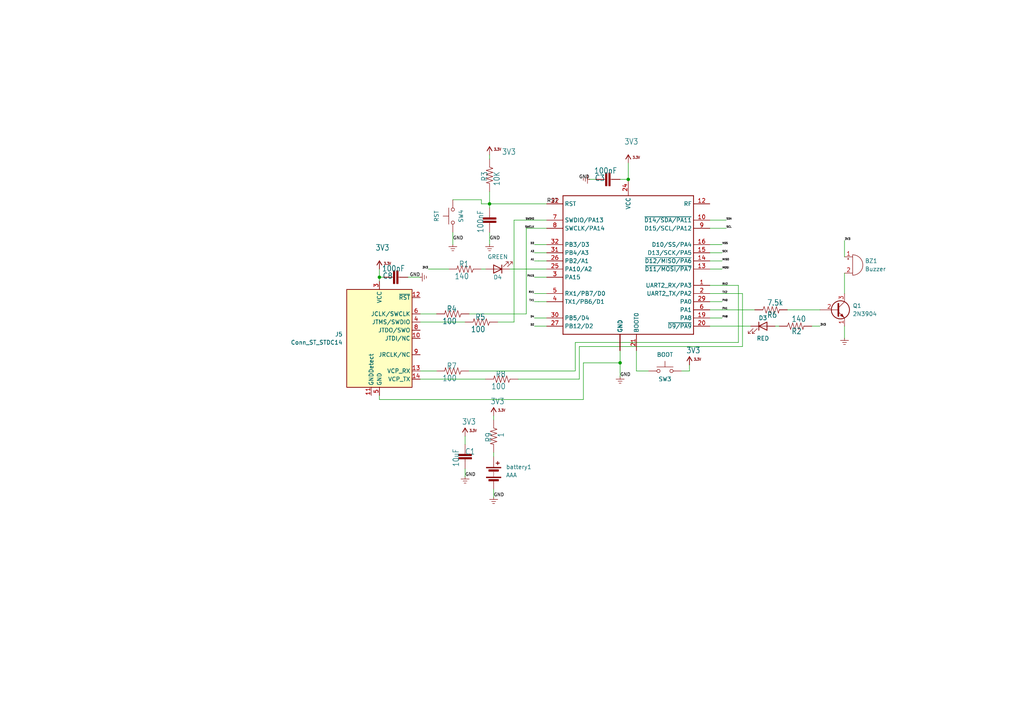
<source format=kicad_sch>
(kicad_sch (version 20230121) (generator eeschema)
  (paper "User" 318.77 224.942)
  (lib_symbols
    (symbol "Connector:Conn_ST_STDC14"
      (property "Reference" "J" (at -8.89 16.51 0))
      (property "Value" "Conn_ST_STDC14" (at 17.78 16.51 0))
      (symbol "Conn_ST_STDC14_0_1"
        (rectangle (start -10.16 15.24) (end 10.16 -15.24) (stroke (width 0.254)) (fill (type background)))
      )
      (symbol "Conn_ST_STDC14_1_1"
        (pin no_connect line (at -10.16 5.08 0) (length 2.54) hide (name "NC") (number "1"))
        (pin output line (at 12.7 0 180) (length 2.54) (name "JTDI/NC") (number "10"))
        (pin passive line (at -2.54 -17.78 90) (length 2.54) (name "GNDDetect") (number "11"))
        (pin open_collector line (at 12.7 12.7 180) (length 2.54) (name "~{RST}") (number "12"))
        (pin output line (at 12.7 -10.16 180) (length 2.54) (name "VCP_RX") (number "13"))
        (pin input line (at 12.7 -12.7 180) (length 2.54) (name "VCP_TX") (number "14"))
        (pin no_connect line (at -10.16 2.54 0) (length 2.54) hide (name "NC") (number "2"))
        (pin power_in line (at 0 17.78 270) (length 2.54) (name "VCC") (number "3"))
        (pin bidirectional line (at 12.7 5.08 180) (length 2.54) (name "JTMS/SWDIO") (number "4"))
        (pin power_in line (at 0 -17.78 90) (length 2.54) (name "GND") (number "5"))
        (pin output line (at 12.7 7.62 180) (length 2.54) (name "JCLK/SWCLK") (number "6"))
        (pin passive line (at 0 -17.78 90) (length 2.54) hide (name "GND") (number "7"))
        (pin input line (at 12.7 2.54 180) (length 2.54) (name "JTDO/SWO") (number "8"))
        (pin input line (at 12.7 -5.08 180) (length 2.54) (name "JRCLK/NC") (number "9"))
      )
    )
    (symbol "Device:Battery" (pin_numbers hide) (pin_names (offset 0) hide)
      (property "Reference" "BT" (at 2.54 2.54 0))
      (property "Value" "Battery" (at 2.54 0 0))
      (symbol "Battery_0_1"
        (rectangle (start -2.286 -1.27) (end 2.286 -1.524) (fill (type outline)))
        (rectangle (start -2.286 1.778) (end 2.286 1.524) (fill (type outline)))
        (rectangle (start -1.524 -2.032) (end 1.524 -2.54) (fill (type outline)))
        (rectangle (start -1.524 1.016) (end 1.524 0.508) (fill (type outline)))
        (polyline (pts (xy 0 -1.016) (xy 0 -0.762)))
        (polyline (pts (xy 0 -0.508) (xy 0 -0.254)))
        (polyline (pts (xy 0 0) (xy 0 0.254)))
        (polyline (pts (xy 0 1.778) (xy 0 2.54)))
        (polyline (pts (xy 0.762 3.048) (xy 1.778 3.048)) (stroke (width 0.254)))
        (polyline (pts (xy 1.27 3.556) (xy 1.27 2.54)) (stroke (width 0.254)))
      )
      (symbol "Battery_1_1"
        (pin passive line (at 0 5.08 270) (length 2.54) (name "+") (number "1"))
        (pin passive line (at 0 -5.08 90) (length 2.54) (name "-") (number "2"))
      )
    )
    (symbol "Device:Buzzer" (pin_names (offset 0.0254) hide)
      (property "Reference" "BZ" (at 3.81 1.27 0))
      (property "Value" "Buzzer" (at 3.81 -1.27 0))
      (symbol "Buzzer_0_1"
        (arc (start 0 -3.175) (mid 3.1612 0) (end 0 3.175))
        (polyline (pts (xy -1.651 1.905) (xy -1.143 1.905)))
        (polyline (pts (xy -1.397 2.159) (xy -1.397 1.651)))
        (polyline (pts (xy 0 3.175) (xy 0 -3.175)))
      )
      (symbol "Buzzer_1_1"
        (pin passive line (at -2.54 2.54 0) (length 2.54) (name "-") (number "1"))
        (pin passive line (at -2.54 -2.54 0) (length 2.54) (name "+") (number "2"))
      )
    )
    (symbol "Device:LED" (pin_numbers hide) (pin_names (offset 1.016) hide)
      (property "Reference" "D" (at 0 2.54 0))
      (property "Value" "LED" (at 0 -2.54 0))
      (symbol "LED_0_1"
        (polyline (pts (xy -1.27 -1.27) (xy -1.27 1.27)) (stroke (width 0.254)))
        (polyline (pts (xy -1.27 0) (xy 1.27 0)))
        (polyline (pts (xy 1.27 -1.27) (xy 1.27 1.27) (xy -1.27 0) (xy 1.27 -1.27)) (stroke (width 0.254)))
        (polyline (pts (xy -3.048 -0.762) (xy -4.572 -2.286) (xy -3.81 -2.286) (xy -4.572 -2.286) (xy -4.572 -1.524)))
        (polyline (pts (xy -1.778 -0.762) (xy -3.302 -2.286) (xy -2.54 -2.286) (xy -3.302 -2.286) (xy -3.302 -1.524)))
      )
      (symbol "LED_1_1"
        (pin passive line (at -3.81 0 0) (length 2.54) (name "K") (number "1"))
        (pin passive line (at 3.81 0 180) (length 2.54) (name "A") (number "2"))
      )
    )
    (symbol "PCB-eagle-import:3V3" (power)
      (property "Value" "3V3" (at -1.016 3.556 0))
      (symbol "3V3_1_0"
        (polyline (pts (xy 0 2.54) (xy -0.762 1.27)) (stroke (width 0.254)))
        (polyline (pts (xy 0.762 1.27) (xy 0 2.54)) (stroke (width 0.254)))
        (text "3.3V" (at 1.27 1.27 0) (effects (font (size 0.8128 0.6908)) (justify left bottom)))
        (pin power_in line (at 0 0 90) (length 2.54) (name "3V3") (number "1"))
      )
    )
    (symbol "PCB-eagle-import:CAP0805-CAP"
      (property "Reference" "C" (at 1.524 2.921 0))
      (symbol "CAP0805-CAP_1_0"
        (rectangle (start -2.032 0.508) (end 2.032 1.016) (fill (type outline)))
        (rectangle (start -2.032 1.524) (end 2.032 2.032) (fill (type outline)))
        (polyline (pts (xy 0 0) (xy 0 0.508)) (stroke (width 0.1524)))
        (polyline (pts (xy 0 2.54) (xy 0 2.032)) (stroke (width 0.1524)))
        (pin passive line (at 0 5.08 270) (length 2.54) (name "1") (number "1"))
        (pin passive line (at 0 -2.54 90) (length 2.54) (name "2") (number "2"))
      )
    )
    (symbol "PCB-eagle-import:GND_POWER" (power)
      (symbol "GND_POWER_1_0"
        (polyline (pts (xy -1.27 -0.635) (xy 0 -0.635)) (stroke (width 0.1524)))
        (polyline (pts (xy -0.635 -1.27) (xy 0.635 -1.27)) (stroke (width 0.1524)))
        (polyline (pts (xy -0.3175 -1.905) (xy 0.3175 -1.905)) (stroke (width 0.1524)))
        (polyline (pts (xy 0 -0.635) (xy 1.27 -0.635)) (stroke (width 0.1524)))
        (polyline (pts (xy 0 0) (xy 0 -0.635)) (stroke (width 0.1524)))
        (pin power_in line (at 0 0 270) (length 0) (name "GND") (number "1"))
      )
    )
    (symbol "PCB-eagle-import:RAK3172HF"
      (symbol "RAK3172HF_1_0"
        (polyline (pts (xy 0 -2.54) (xy 0 40.64)) (stroke (width 0.254)))
        (polyline (pts (xy 0 40.64) (xy 40.64 40.64)) (stroke (width 0.254)))
        (polyline (pts (xy 40.64 -2.54) (xy 0 -2.54)) (stroke (width 0.254)))
        (polyline (pts (xy 40.64 40.64) (xy 40.64 -2.54)) (stroke (width 0.254)))
        (pin bidirectional line (at 45.72 12.7 180) (length 5.08) (name "UART2_RX/PA3") (number "1"))
        (pin bidirectional line (at 45.72 33.02 180) (length 5.08) (name "~{D14/SDA/PA11}") (number "10"))
        (pin power_in line (at 17.78 -7.62 90) (length 5.08) (name "GND") (number "11"))
        (pin output line (at 45.72 38.1 180) (length 5.08) (name "RF") (number "12"))
        (pin bidirectional line (at 45.72 17.78 180) (length 5.08) (name "~{D11/MOSI/PA7}") (number "13"))
        (pin bidirectional line (at 45.72 20.32 180) (length 5.08) (name "~{D12/MISO/PA6}") (number "14"))
        (pin bidirectional line (at 45.72 22.86 180) (length 5.08) (name "D13/SCK/PA5") (number "15"))
        (pin bidirectional line (at 45.72 25.4 180) (length 5.08) (name "D10/SS/PA4") (number "16"))
        (pin power_in line (at 17.78 -7.62 90) (length 5.08) (name "GND") (number "17"))
        (pin power_in line (at 17.78 -7.62 90) (length 5.08) (name "GND") (number "18"))
        (pin bidirectional line (at 45.72 2.54 180) (length 5.08) (name "PA8") (number "19"))
        (pin bidirectional line (at 45.72 10.16 180) (length 5.08) (name "UART2_TX/PA2") (number "2"))
        (pin bidirectional line (at 45.72 0 180) (length 5.08) (name "~{D9/PA9}") (number "20"))
        (pin input line (at 22.86 -7.62 90) (length 5.08) (name "BOOT0") (number "21"))
        (pin input line (at -5.08 38.1 0) (length 5.08) (name "RST") (number "22"))
        (pin power_in line (at 17.78 -7.62 90) (length 5.08) (name "GND") (number "23"))
        (pin power_in line (at 20.32 45.72 270) (length 5.08) (name "VCC") (number "24"))
        (pin bidirectional line (at -5.08 17.78 0) (length 5.08) (name "PA10/A2~{}") (number "25"))
        (pin bidirectional line (at -5.08 20.32 0) (length 5.08) (name "PB2/A1") (number "26"))
        (pin bidirectional line (at -5.08 0 0) (length 5.08) (name "PB12/D2") (number "27"))
        (pin power_in line (at 17.78 -7.62 90) (length 5.08) (name "GND") (number "28"))
        (pin bidirectional line (at 45.72 7.62 180) (length 5.08) (name "PA0") (number "29"))
        (pin bidirectional line (at -5.08 15.24 0) (length 5.08) (name "PA15") (number "3"))
        (pin bidirectional line (at -5.08 2.54 0) (length 5.08) (name "PB5/D4") (number "30"))
        (pin bidirectional line (at -5.08 22.86 0) (length 5.08) (name "PB4/A3") (number "31"))
        (pin bidirectional line (at -5.08 25.4 0) (length 5.08) (name "PB3/D3") (number "32"))
        (pin bidirectional line (at -5.08 7.62 0) (length 5.08) (name "TX1/PB6/D1~{}") (number "4"))
        (pin bidirectional line (at -5.08 10.16 0) (length 5.08) (name "RX1/PB7/D0~{}") (number "5"))
        (pin bidirectional line (at 45.72 5.08 180) (length 5.08) (name "PA1") (number "6"))
        (pin bidirectional line (at -5.08 33.02 0) (length 5.08) (name "SWDIO/PA13") (number "7"))
        (pin bidirectional line (at -5.08 30.48 0) (length 5.08) (name "SWCLK/PA14") (number "8"))
        (pin bidirectional line (at 45.72 30.48 180) (length 5.08) (name "D15/SCL/PA12") (number "9"))
      )
    )
    (symbol "PCB-eagle-import:RESISTOR0805-RES"
      (property "Reference" "R" (at -3.81 1.4986 0))
      (symbol "RESISTOR0805-RES_1_0"
        (polyline (pts (xy -2.54 0) (xy -2.159 1.016)) (stroke (width 0.1524)))
        (polyline (pts (xy -2.159 1.016) (xy -1.524 -1.016)) (stroke (width 0.1524)))
        (polyline (pts (xy -1.524 -1.016) (xy -0.889 1.016)) (stroke (width 0.1524)))
        (polyline (pts (xy -0.889 1.016) (xy -0.254 -1.016)) (stroke (width 0.1524)))
        (polyline (pts (xy -0.254 -1.016) (xy 0.381 1.016)) (stroke (width 0.1524)))
        (polyline (pts (xy 0.381 1.016) (xy 1.016 -1.016)) (stroke (width 0.1524)))
        (polyline (pts (xy 1.016 -1.016) (xy 1.651 1.016)) (stroke (width 0.1524)))
        (polyline (pts (xy 1.651 1.016) (xy 2.286 -1.016)) (stroke (width 0.1524)))
        (polyline (pts (xy 2.286 -1.016) (xy 2.54 0)) (stroke (width 0.1524)))
        (pin passive line (at -5.08 0 0) (length 2.54) (name "1") (number "1"))
        (pin passive line (at 5.08 0 180) (length 2.54) (name "2") (number "2"))
      )
    )
    (symbol "Switch:SW_Push" (pin_numbers hide) (pin_names (offset 1.016) hide)
      (property "Reference" "SW" (at 1.27 2.54 0))
      (property "Value" "SW_Push" (at 0 -1.524 0))
      (symbol "SW_Push_0_1"
        (circle (center -2.032 0) (radius 0.508))
        (polyline (pts (xy 0 1.27) (xy 0 3.048)))
        (polyline (pts (xy 2.54 1.27) (xy -2.54 1.27)))
        (circle (center 2.032 0) (radius 0.508))
        (pin passive line (at -5.08 0 0) (length 2.54) (name "1") (number "1"))
        (pin passive line (at 5.08 0 180) (length 2.54) (name "2") (number "2"))
      )
    )
    (symbol "Transistor_BJT:2N3904" (pin_names (offset 0) hide)
      (property "Reference" "Q" (at 5.08 1.905 0))
      (property "Value" "2N3904" (at 5.08 0 0))
      (symbol "2N3904_0_1"
        (polyline (pts (xy 0.635 0.635) (xy 2.54 2.54)))
        (polyline (pts (xy 0.635 -0.635) (xy 2.54 -2.54) (xy 2.54 -2.54)))
        (polyline (pts (xy 0.635 1.905) (xy 0.635 -1.905) (xy 0.635 -1.905)) (stroke (width 0.508)))
        (polyline (pts (xy 1.27 -1.778) (xy 1.778 -1.27) (xy 2.286 -2.286) (xy 1.27 -1.778) (xy 1.27 -1.778)) (fill (type outline)))
        (circle (center 1.27 0) (radius 2.8194) (stroke (width 0.254)))
      )
      (symbol "2N3904_1_1"
        (pin passive line (at 2.54 -5.08 90) (length 2.54) (name "E") (number "1"))
        (pin passive line (at -5.08 0 0) (length 5.715) (name "B") (number "2"))
        (pin passive line (at 2.54 5.08 270) (length 2.54) (name "C") (number "3"))
      )
    )
  )
  (junction (at 152.4 63.5))
  (junction (at 195.58 55.88))
  (junction (at 193.04 113.03))
  (junction (at 118.11 86.36))
  (wire (pts (xy 130.81 97.79) (xy 135.89 97.79)))
  (wire (pts (xy 166.37 86.36) (xy 170.18 86.36)) (stroke (width 0.1524)))
  (wire (pts (xy 224.79 93.98) (xy 220.98 93.98)) (stroke (width 0.1524)))
  (wire (pts (xy 149.86 83.82) (xy 151.13 83.82)))
  (wire (pts (xy 163.83 71.12) (xy 170.18 71.12)))
  (wire (pts (xy 241.3 101.6) (xy 242.57 101.6)))
  (wire (pts (xy 166.37 99.06) (xy 170.18 99.06)))
  (wire (pts (xy 166.37 76.2) (xy 170.18 76.2)))
  (wire (pts (xy 166.37 93.98) (xy 167.64 93.98)))
  (wire (pts (xy 224.79 78.74) (xy 220.98 78.74)) (stroke (width 0.1524)))
  (wire (pts (xy 153.67 140.97) (xy 153.67 142.24)))
  (wire (pts (xy 262.89 101.6) (xy 262.89 105.41)))
  (wire (pts (xy 160.02 68.58) (xy 170.18 68.58)))
  (wire (pts (xy 167.64 93.98) (xy 170.18 93.98)) (stroke (width 0.1524)))
  (wire (pts (xy 149.86 63.5) (xy 152.4 63.5)))
  (wire (pts (xy 153.67 152.4) (xy 153.67 153.67)))
  (wire (pts (xy 181.61 124.46) (xy 181.61 113.03)))
  (wire (pts (xy 252.73 101.6) (xy 255.27 101.6)) (stroke (width 0.1524)))
  (wire (pts (xy 224.79 96.52) (xy 220.98 96.52)) (stroke (width 0.1524)))
  (wire (pts (xy 166.37 81.28) (xy 167.64 81.28)))
  (wire (pts (xy 229.87 106.68) (xy 229.87 88.9)))
  (wire (pts (xy 130.81 118.11) (xy 151.13 118.11)))
  (wire (pts (xy 163.83 97.79) (xy 163.83 71.12)))
  (wire (pts (xy 127 86.36) (xy 130.81 86.36)))
  (wire (pts (xy 144.78 148.59) (xy 144.78 146.05)) (stroke (width 0.1524)))
  (wire (pts (xy 214.63 115.57) (xy 214.63 113.665)) (stroke (width 0.1524)))
  (wire (pts (xy 146.05 115.57) (xy 179.07 115.57)))
  (wire (pts (xy 224.79 99.06) (xy 220.98 99.06)) (stroke (width 0.1524)))
  (wire (pts (xy 262.89 74.93) (xy 262.89 80.01)))
  (wire (pts (xy 245.11 96.52) (xy 255.27 96.52)))
  (wire (pts (xy 179.07 106.68) (xy 229.87 106.68)))
  (wire (pts (xy 180.34 107.95) (xy 231.14 107.95)))
  (wire (pts (xy 118.11 124.46) (xy 118.11 123.19)))
  (wire (pts (xy 166.37 101.6) (xy 170.18 101.6)))
  (wire (pts (xy 133.35 83.82) (xy 139.7 83.82)) (stroke (width 0.1524)))
  (wire (pts (xy 153.67 153.67) (xy 153.67 154.94)) (stroke (width 0.1524)))
  (wire (pts (xy 212.09 115.57) (xy 214.63 115.57)) (stroke (width 0.1524)))
  (wire (pts (xy 179.07 115.57) (xy 179.07 106.68)))
  (wire (pts (xy 170.18 81.28) (xy 167.64 81.28)) (stroke (width 0.1524)))
  (wire (pts (xy 160.02 100.33) (xy 160.02 68.58)))
  (wire (pts (xy 195.58 50.8) (xy 195.58 55.88)) (stroke (width 0.1524)))
  (wire (pts (xy 220.98 101.6) (xy 233.68 101.6)))
  (wire (pts (xy 154.94 100.33) (xy 160.02 100.33)))
  (wire (pts (xy 118.11 86.36) (xy 119.38 86.36)))
  (wire (pts (xy 118.11 87.63) (xy 118.11 86.36)))
  (wire (pts (xy 220.98 68.58) (xy 226.06 68.58)) (stroke (width 0.1524)))
  (wire (pts (xy 193.04 55.88) (xy 195.58 55.88)) (stroke (width 0.1524)))
  (wire (pts (xy 198.12 109.22) (xy 198.12 115.57)) (stroke (width 0.1524)))
  (wire (pts (xy 166.37 78.74) (xy 170.18 78.74)))
  (wire (pts (xy 198.12 115.57) (xy 201.93 115.57)) (stroke (width 0.1524)))
  (wire (pts (xy 140.97 72.39) (xy 140.97 76.2)) (stroke (width 0.1524)))
  (wire (pts (xy 220.98 71.12) (xy 226.06 71.12)) (stroke (width 0.1524)))
  (wire (pts (xy 161.29 118.11) (xy 180.34 118.11)))
  (wire (pts (xy 166.37 91.44) (xy 170.18 91.44)) (stroke (width 0.1524)))
  (wire (pts (xy 152.4 74.93) (xy 152.4 76.2)))
  (wire (pts (xy 130.81 100.33) (xy 144.78 100.33)))
  (wire (pts (xy 152.4 48.26) (xy 152.4 49.53)))
  (wire (pts (xy 140.97 62.23) (xy 149.86 62.23)))
  (wire (pts (xy 149.86 62.23) (xy 149.86 63.5)))
  (wire (pts (xy 224.79 83.82) (xy 220.98 83.82)) (stroke (width 0.1524)))
  (wire (pts (xy 262.89 85.09) (xy 262.89 91.44)))
  (wire (pts (xy 130.81 115.57) (xy 135.89 115.57)))
  (wire (pts (xy 181.61 113.03) (xy 193.04 113.03)))
  (wire (pts (xy 152.4 59.69) (xy 152.4 63.5)))
  (wire (pts (xy 224.79 81.28) (xy 220.98 81.28)) (stroke (width 0.1524)))
  (wire (pts (xy 183.515 55.88) (xy 185.42 55.88)) (stroke (width 0.1524)))
  (wire (pts (xy 158.75 83.82) (xy 170.18 83.82)))
  (wire (pts (xy 153.67 129.54) (xy 153.67 130.81)))
  (wire (pts (xy 193.04 109.22) (xy 193.04 113.03)) (stroke (width 0.1524)))
  (wire (pts (xy 152.4 74.93) (xy 152.4 72.39)) (stroke (width 0.1524)))
  (wire (pts (xy 152.4 63.5) (xy 170.18 63.5)))
  (wire (pts (xy 224.79 76.2) (xy 220.98 76.2)) (stroke (width 0.1524)))
  (wire (pts (xy 118.11 83.82) (xy 118.11 86.36)))
  (wire (pts (xy 144.78 138.43) (xy 144.78 135.89)) (stroke (width 0.1524)))
  (wire (pts (xy 118.11 124.46) (xy 181.61 124.46)))
  (wire (pts (xy 224.79 96.52) (xy 234.95 96.52)))
  (wire (pts (xy 231.14 107.95) (xy 231.14 91.44)))
  (wire (pts (xy 229.87 88.9) (xy 224.79 88.9)))
  (wire (pts (xy 220.98 88.9) (xy 224.79 88.9)) (stroke (width 0.1524)))
  (wire (pts (xy 146.05 97.79) (xy 163.83 97.79)))
  (wire (pts (xy 220.98 91.44) (xy 224.79 91.44)) (stroke (width 0.1524)))
  (wire (pts (xy 180.34 118.11) (xy 180.34 107.95)))
  (wire (pts (xy 152.4 63.5) (xy 152.4 64.77)) (stroke (width 0.1524)))
  (wire (pts (xy 224.79 91.44) (xy 231.14 91.44)))
  (wire (pts (xy 193.04 117.475) (xy 193.04 113.03)) (stroke (width 0.1524)))
  (label "SWCLK" (at 166.37 71.12 180) (effects (font (size 0.569 0.569))))
  (label "GND" (at 140.97 74.93 0) (effects (font (size 1.016 1.016))))
  (label "SCL" (at 226.06 71.12 0) (effects (font (size 0.569 0.569))))
  (label "SDA" (at 226.06 68.58 0) (effects (font (size 0.569 0.569))))
  (label "PA1" (at 224.79 96.52 0) (effects (font (size 0.569 0.569))))
  (label "3V3" (at 255.27 101.6 0) (effects (font (size 0.6223 0.6223))))
  (label "D2" (at 166.37 101.6 180) (effects (font (size 0.569 0.569))))
  (label "GND" (at 193.04 117.475 0) (effects (font (size 1.016 1.016))))
  (label "3V3" (at 133.35 83.82 180) (effects (font (size 0.6223 0.6223))))
  (label "RST" (at 170.18 63.5 0) (effects (font (size 1.2446 1.2446))))
  (label "D4" (at 166.37 99.06 180) (effects (font (size 0.569 0.569))))
  (label "SWDIO" (at 166.37 68.58 180) (effects (font (size 0.569 0.569))))
  (label "PA0" (at 224.79 93.98 0) (effects (font (size 0.569 0.569))))
  (label "RX2" (at 224.79 88.9 0) (effects (font (size 0.569 0.569))))
  (label "GND" (at 152.4 74.93 0) (effects (font (size 1.016 1.016))))
  (label "NSS" (at 224.79 76.2 0) (effects (font (size 0.569 0.569))))
  (label "GND" (at 144.78 148.59 0) (effects (font (size 1.016 1.016))))
  (label "3V3" (at 262.89 74.93 0) (effects (font (size 0.6223 0.6223))))
  (label "PA8" (at 224.79 99.06 0) (effects (font (size 0.569 0.569))))
  (label "GND" (at 153.67 154.94 0) (effects (font (size 1.016 1.016))))
  (label "A1" (at 166.37 81.28 180) (effects (font (size 0.569 0.569))))
  (label "MOSI" (at 224.79 83.82 0) (effects (font (size 0.569 0.569))))
  (label "PA15" (at 166.37 86.36 180) (effects (font (size 0.569 0.569))))
  (label "A3" (at 166.37 78.74 180) (effects (font (size 0.569 0.569))))
  (label "TX1" (at 166.37 93.98 180) (effects (font (size 0.569 0.569))))
  (label "D3" (at 166.37 76.2 180) (effects (font (size 0.569 0.569))))
  (label "RX1" (at 166.37 91.44 180) (effects (font (size 0.569 0.569))))
  (label "TX2" (at 224.79 91.44 0) (effects (font (size 0.569 0.569))))
  (label "GND" (at 183.515 55.88 180) (effects (font (size 1.016 1.016))))
  (label "GND" (at 130.81 86.36 180) (effects (font (size 1.016 1.016))))
  (label "MISO" (at 224.79 81.28 0) (effects (font (size 0.569 0.569))))
  (label "SCK" (at 224.79 78.74 0) (effects (font (size 0.569 0.569))))
  (symbol (lib_id "Device:Battery") (at 153.67 147.32 0) (unit 1)
    (property "Reference" "battery1" (at 157.48 145.4785 0) (effects (justify left)))
    (property "Value" "AAA" (at 157.48 148.0185 0) (effects (justify left)))
    (property "Footprint" "Connector_PinHeader_2.54mm:PinHeader_1x02_P2.54mm_Vertical" (effects hide))
  )
  (symbol (lib_id "Switch:SW_Push") (at 140.97 67.31 90) (unit 1)
    (property "Reference" "SW4" (at 143.51 67.31 0))
    (property "Value" "RST" (at 135.89 67.31 0))
    (property "Footprint" "Button_Switch_SMD:SW_SPST_B3U-1000P" (effects hide))
  )
  (symbol (lib_id "PCB-eagle-import:RESISTOR0805-RES") (at 144.78 83.82 180) (unit 1)
    (property "Reference" "R1" (at 146.05 81.28 0) (effects (font (size 1.778 1.5113)) (justify left bottom)))
    (property "Value" "140" (at 146.05 85.09 0) (effects (font (size 1.778 1.5113)) (justify left bottom)))
    (property "Footprint" "Resistor_SMD:R_0603_1608Metric_Pad0.98x0.95mm_HandSolder" (effects hide))
  )
  (symbol (lib_id "PCB-eagle-import:GND_POWER") (at 153.67 154.94 0) (unit 1)
    (property "Reference" "#G09" (effects hide))
    (property "Value" "GND_POWER" (effects hide))
  )
  (symbol (lib_id "PCB-eagle-import:RESISTOR0805-RES") (at 156.21 118.11 180) (unit 1)
    (property "Reference" "R8" (at 157.48 115.57 0) (effects (font (size 1.778 1.5113)) (justify left bottom)))
    (property "Value" "100" (at 157.48 119.38 0) (effects (font (size 1.778 1.5113)) (justify left bottom)))
    (property "Footprint" "Resistor_SMD:R_0603_1608Metric_Pad0.98x0.95mm_HandSolder" (effects hide))
  )
  (symbol (lib_id "PCB-eagle-import:CAP0805-CAP") (at 152.4 67.31 180) (unit 1)
    (property "Reference" "C2" (effects hide))
    (property "Value" "100nF" (at 148.59 65.405 90) (effects (font (size 1.778 1.5113)) (justify left bottom)))
    (property "Footprint" "Capacitor_SMD:C_0603_1608Metric_Pad1.08x0.95mm_HandSolder" (effects hide))
  )
  (symbol (lib_id "PCB-eagle-import:GND_POWER") (at 140.97 76.2 0) (unit 1)
    (property "Reference" "#G012" (effects hide))
    (property "Value" "GND_POWER" (effects hide))
  )
  (symbol (lib_id "PCB-eagle-import:GND_POWER") (at 183.515 55.88 270) (unit 1)
    (property "Reference" "#G013" (effects hide))
    (property "Value" "GND_POWER" (effects hide))
  )
  (symbol (lib_id "PCB-eagle-import:GND_POWER") (at 144.78 148.59 0) (unit 1)
    (property "Reference" "#G051" (effects hide))
    (property "Value" "GND_POWER" (effects hide))
  )
  (symbol (lib_id "PCB-eagle-import:GND_POWER") (at 193.04 117.475 0) (unit 1)
    (property "Reference" "#G03" (effects hide))
    (property "Value" "GND_POWER" (effects hide))
  )
  (symbol (lib_id "PCB-eagle-import:3V3") (at 214.63 113.665 0) (unit 1)
    (property "Reference" "#U$09" (effects hide))
    (property "Value" "3V3" (at 213.614 110.109 0) (effects (font (size 1.778 1.5113)) (justify left bottom)))
  )
  (symbol (lib_id "Connector:Conn_ST_STDC14") (at 118.11 105.41 0) (unit 1)
    (property "Reference" "J5" (at 106.68 104.14 0) (effects (justify right)))
    (property "Value" "Conn_ST_STDC14" (at 106.68 106.68 0) (effects (justify right)))
    (property "Footprint" "Connector_PinHeader_1.27mm:PinHeader_2x07_P1.27mm_Vertical_SMD" (effects hide))
    (property "Datasheet" "https://www.st.com/content/ccc/resource/technical/document/user_manual/group1/99/49/91/b6/b2/3a/46/e5/DM00526767/files/DM00526767.pdf/jcr:content/translations/en.DM00526767.pdf" (effects hide))
  )
  (symbol (lib_id "Device:LED") (at 237.49 101.6 0) (unit 1)
    (property "Reference" "D3" (at 237.49 99.06 0))
    (property "Value" "RED" (at 237.49 105.41 0))
    (property "Footprint" "Diode_SMD:D_0603_1608Metric_Pad1.05x0.95mm_HandSolder" (effects hide))
  )
  (symbol (lib_id "PCB-eagle-import:3V3") (at 118.11 83.82 0) (unit 1)
    (property "Reference" "#U$01" (effects hide))
    (property "Value" "3V3" (at 116.84 78.105 0) (effects (font (size 1.778 1.5113)) (justify left bottom)))
  )
  (symbol (lib_id "Device:LED") (at 154.94 83.82 180) (unit 1)
    (property "Reference" "D4" (at 154.94 86.36 0))
    (property "Value" "GREEN" (at 154.94 80.01 0))
    (property "Footprint" "Diode_SMD:D_0603_1608Metric_Pad1.05x0.95mm_HandSolder" (effects hide))
  )
  (symbol (lib_id "PCB-eagle-import:CAP0805-CAP") (at 144.78 140.97 180) (unit 1)
    (property "Reference" "C1" (at 147.955 139.7 0) (effects (font (size 1.778 1.5113)) (justify left bottom)))
    (property "Value" "10uF" (at 140.97 139.7 90) (effects (font (size 1.778 1.5113)) (justify left bottom)))
    (property "Footprint" "Capacitor_SMD:C_0603_1608Metric_Pad1.08x0.95mm_HandSolder" (effects hide))
  )
  (symbol (lib_id "PCB-eagle-import:GND_POWER") (at 262.89 105.41 0) (unit 1)
    (property "Reference" "#G01" (effects hide))
    (property "Value" "GND_POWER" (effects hide))
  )
  (symbol (lib_id "PCB-eagle-import:CAP0805-CAP") (at 190.5 55.88 90) (unit 1)
    (property "Reference" "C3" (at 188.341 54.483 90) (effects (font (size 1.778 1.5113)) (justify left bottom)))
    (property "Value" "100nF" (at 192.151 52.197 90) (effects (font (size 1.778 1.5113)) (justify left bottom)))
    (property "Footprint" "Capacitor_SMD:C_0603_1608Metric_Pad1.08x0.95mm_HandSolder" (effects hide))
  )
  (symbol (lib_id "PCB-eagle-import:RAK3172HF") (at 175.26 101.6 0) (unit 1)
    (property "Reference" "U$3" (effects hide))
    (property "Value" "RAK3172HF" (effects hide))
    (property "Footprint" "Library:3drak" (effects hide))
  )
  (symbol (lib_id "PCB-eagle-import:RESISTOR0805-RES") (at 149.86 100.33 180) (unit 1)
    (property "Reference" "R5" (at 151.13 97.79 0) (effects (font (size 1.778 1.5113)) (justify left bottom)))
    (property "Value" "100" (at 151.13 101.6 0) (effects (font (size 1.778 1.5113)) (justify left bottom)))
    (property "Footprint" "Resistor_SMD:R_0603_1608Metric_Pad0.98x0.95mm_HandSolder" (effects hide))
  )
  (symbol (lib_id "PCB-eagle-import:3V3") (at 144.78 135.89 0) (unit 1)
    (property "Reference" "#U$06" (effects hide))
    (property "Value" "3V3" (at 143.764 132.334 0) (effects (font (size 1.778 1.5113)) (justify left bottom)))
  )
  (symbol (lib_id "PCB-eagle-import:RESISTOR0805-RES") (at 140.97 115.57 180) (unit 1)
    (property "Reference" "R7" (at 142.24 113.03 0) (effects (font (size 1.778 1.5113)) (justify left bottom)))
    (property "Value" "100" (at 142.24 116.84 0) (effects (font (size 1.778 1.5113)) (justify left bottom)))
    (property "Footprint" "Resistor_SMD:R_0603_1608Metric_Pad0.98x0.95mm_HandSolder" (effects hide))
  )
  (symbol (lib_id "PCB-eagle-import:3V3") (at 152.4 48.26 0) (unit 1)
    (property "Reference" "#U$04" (effects hide))
    (property "Value" "3V3" (at 156.21 48.26 0) (effects (font (size 1.778 1.5113)) (justify left bottom)))
  )
  (symbol (lib_id "PCB-eagle-import:RESISTOR0805-RES") (at 152.4 54.61 270) (unit 1)
    (property "Reference" "R3" (at 149.86 53.34 0) (effects (font (size 1.778 1.5113)) (justify left bottom)))
    (property "Value" "10K" (at 153.67 53.34 0) (effects (font (size 1.778 1.5113)) (justify left bottom)))
    (property "Footprint" "Resistor_SMD:R_0603_1608Metric_Pad0.98x0.95mm_HandSolder" (effects hide))
  )
  (symbol (lib_id "Device:Buzzer") (at 265.43 82.55 0) (unit 1)
    (property "Reference" "BZ1" (at 269.24 81.28 0) (effects (justify left)))
    (property "Value" "Buzzer" (at 269.24 83.82 0) (effects (justify left)))
    (property "Footprint" "Buzzer_Beeper:Buzzer_12x9.5RM7.6" (effects hide))
  )
  (symbol (lib_id "Switch:SW_Push") (at 207.01 115.57 0) (unit 1)
    (property "Reference" "SW3" (at 207.01 118.11 0))
    (property "Value" "BOOT" (at 207.01 110.49 0))
    (property "Footprint" "Button_Switch_SMD:SW_SPST_B3U-1000P" (effects hide))
  )
  (symbol (lib_id "PCB-eagle-import:RESISTOR0805-RES") (at 153.67 135.89 270) (unit 1)
    (property "Reference" "R9" (at 151.13 134.62 0) (effects (font (size 1.778 1.5113)) (justify left bottom)))
    (property "Value" "1" (at 154.94 134.62 0) (effects (font (size 1.778 1.5113)) (justify left bottom)))
    (property "Footprint" "Resistor_SMD:R_0603_1608Metric_Pad0.98x0.95mm_HandSolder" (effects hide))
  )
  (symbol (lib_id "Transistor_BJT:2N3904") (at 260.35 96.52 0) (unit 1)
    (property "Reference" "Q1" (at 265.43 95.25 0) (effects (justify left)))
    (property "Value" "2N3904" (at 265.43 97.79 0) (effects (justify left)))
    (property "Footprint" "Package_TO_SOT_THT:TO-92_Inline" (effects hide))
    (property "Datasheet" "https://www.onsemi.com/pub/Collateral/2N3903-D.PDF" (effects hide))
  )
  (symbol (lib_id "PCB-eagle-import:3V3") (at 195.58 50.8 0) (unit 1)
    (property "Reference" "#U$05" (effects hide))
    (property "Value" "3V3" (at 194.31 45.085 0) (effects (font (size 1.778 1.5113)) (justify left bottom)))
  )
  (symbol (lib_id "PCB-eagle-import:GND_POWER") (at 130.81 86.36 90) (unit 1)
    (property "Reference" "#G02" (effects hide))
    (property "Value" "GND_POWER" (effects hide))
  )
  (symbol (lib_id "PCB-eagle-import:GND_POWER") (at 152.4 76.2 0) (unit 1)
    (property "Reference" "#G05" (effects hide))
    (property "Value" "GND_POWER" (effects hide))
  )
  (symbol (lib_id "PCB-eagle-import:RESISTOR0805-RES") (at 240.03 96.52 0) (unit 1)
    (property "Reference" "R6" (at 238.76 99.06 0) (effects (font (size 1.778 1.5113)) (justify left bottom)))
    (property "Value" "7.5k" (at 238.76 95.25 0) (effects (font (size 1.778 1.5113)) (justify left bottom)))
    (property "Footprint" "Resistor_SMD:R_0603_1608Metric_Pad0.98x0.95mm_HandSolder" (effects hide))
  )
  (symbol (lib_id "PCB-eagle-import:RESISTOR0805-RES") (at 140.97 97.79 180) (unit 1)
    (property "Reference" "R4" (at 142.24 95.25 0) (effects (font (size 1.778 1.5113)) (justify left bottom)))
    (property "Value" "100" (at 142.24 99.06 0) (effects (font (size 1.778 1.5113)) (justify left bottom)))
    (property "Footprint" "Resistor_SMD:R_0603_1608Metric_Pad0.98x0.95mm_HandSolder" (effects hide))
  )
  (symbol (lib_id "PCB-eagle-import:3V3") (at 153.67 129.54 0) (unit 1)
    (property "Reference" "#U$07" (effects hide))
    (property "Value" "3V3" (at 152.654 125.984 0) (effects (font (size 1.778 1.5113)) (justify left bottom)))
  )
  (symbol (lib_id "PCB-eagle-import:CAP0805-CAP") (at 124.46 86.36 90) (unit 1)
    (property "Reference" "C8" (at 122.301 84.963 90) (effects (font (size 1.778 1.5113)) (justify left bottom)))
    (property "Value" "100nF" (at 126.111 82.677 90) (effects (font (size 1.778 1.5113)) (justify left bottom)))
    (property "Footprint" "Capacitor_SMD:C_0603_1608Metric_Pad1.08x0.95mm_HandSolder" (effects hide))
  )
  (symbol (lib_id "PCB-eagle-import:RESISTOR0805-RES") (at 247.65 101.6 0) (unit 1)
    (property "Reference" "R2" (at 246.38 104.14 0) (effects (font (size 1.778 1.5113)) (justify left bottom)))
    (property "Value" "140" (at 246.38 100.33 0) (effects (font (size 1.778 1.5113)) (justify left bottom)))
    (property "Footprint" "Resistor_SMD:R_0603_1608Metric_Pad0.98x0.95mm_HandSolder" (effects hide))
  )
)
</source>
